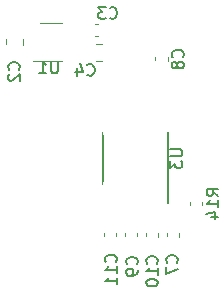
<source format=gbo>
G04 #@! TF.GenerationSoftware,KiCad,Pcbnew,(5.1.2)-1*
G04 #@! TF.CreationDate,2023-02-04T08:31:17+09:00*
G04 #@! TF.ProjectId,IR,49522e6b-6963-4616-945f-706362585858,v1.2*
G04 #@! TF.SameCoordinates,Original*
G04 #@! TF.FileFunction,Legend,Bot*
G04 #@! TF.FilePolarity,Positive*
%FSLAX46Y46*%
G04 Gerber Fmt 4.6, Leading zero omitted, Abs format (unit mm)*
G04 Created by KiCad (PCBNEW (5.1.2)-1) date 2023-02-04 08:31:17*
%MOMM*%
%LPD*%
G04 APERTURE LIST*
%ADD10C,0.120000*%
%ADD11C,0.150000*%
%ADD12C,0.050000*%
%ADD13C,1.275000*%
%ADD14C,3.600000*%
%ADD15O,2.200000X1.924000*%
%ADD16C,1.375000*%
%ADD17R,1.460000X1.050000*%
%ADD18C,1.400000*%
%ADD19R,0.850000X1.900000*%
%ADD20R,2.000000X2.000000*%
%ADD21C,2.000000*%
%ADD22C,4.400000*%
G04 APERTURE END LIST*
D10*
X197580000Y-115532779D02*
X197580000Y-115207221D01*
X198600000Y-115532779D02*
X198600000Y-115207221D01*
X181990000Y-101958578D02*
X181990000Y-101441422D01*
X183410000Y-101958578D02*
X183410000Y-101441422D01*
X189537221Y-100190000D02*
X189862779Y-100190000D01*
X189537221Y-101210000D02*
X189862779Y-101210000D01*
X189641422Y-103310000D02*
X190158578Y-103310000D01*
X189641422Y-101890000D02*
X190158578Y-101890000D01*
X184900000Y-100090000D02*
X186700000Y-100090000D01*
X186700000Y-103310000D02*
X184250000Y-103310000D01*
X195590000Y-117875221D02*
X195590000Y-118200779D01*
X196610000Y-117875221D02*
X196610000Y-118200779D01*
X195660000Y-103304779D02*
X195660000Y-102979221D01*
X194640000Y-103304779D02*
X194640000Y-102979221D01*
X193110000Y-117849221D02*
X193110000Y-118174779D01*
X192090000Y-117849221D02*
X192090000Y-118174779D01*
X194860000Y-118200779D02*
X194860000Y-117875221D01*
X193840000Y-118200779D02*
X193840000Y-117875221D01*
X190290000Y-118162779D02*
X190290000Y-117837221D01*
X191310000Y-118162779D02*
X191310000Y-117837221D01*
D11*
X190175000Y-113750000D02*
X190175000Y-109350000D01*
X195700000Y-115325000D02*
X195700000Y-109350000D01*
X199972380Y-114727142D02*
X199496190Y-114393809D01*
X199972380Y-114155714D02*
X198972380Y-114155714D01*
X198972380Y-114536666D01*
X199020000Y-114631904D01*
X199067619Y-114679523D01*
X199162857Y-114727142D01*
X199305714Y-114727142D01*
X199400952Y-114679523D01*
X199448571Y-114631904D01*
X199496190Y-114536666D01*
X199496190Y-114155714D01*
X199972380Y-115679523D02*
X199972380Y-115108095D01*
X199972380Y-115393809D02*
X198972380Y-115393809D01*
X199115238Y-115298571D01*
X199210476Y-115203333D01*
X199258095Y-115108095D01*
X199305714Y-116536666D02*
X199972380Y-116536666D01*
X198924761Y-116298571D02*
X199639047Y-116060476D01*
X199639047Y-116679523D01*
X183057142Y-104033333D02*
X183104761Y-103985714D01*
X183152380Y-103842857D01*
X183152380Y-103747619D01*
X183104761Y-103604761D01*
X183009523Y-103509523D01*
X182914285Y-103461904D01*
X182723809Y-103414285D01*
X182580952Y-103414285D01*
X182390476Y-103461904D01*
X182295238Y-103509523D01*
X182200000Y-103604761D01*
X182152380Y-103747619D01*
X182152380Y-103842857D01*
X182200000Y-103985714D01*
X182247619Y-104033333D01*
X182247619Y-104414285D02*
X182200000Y-104461904D01*
X182152380Y-104557142D01*
X182152380Y-104795238D01*
X182200000Y-104890476D01*
X182247619Y-104938095D01*
X182342857Y-104985714D01*
X182438095Y-104985714D01*
X182580952Y-104938095D01*
X183152380Y-104366666D01*
X183152380Y-104985714D01*
X190766666Y-99657142D02*
X190814285Y-99704761D01*
X190957142Y-99752380D01*
X191052380Y-99752380D01*
X191195238Y-99704761D01*
X191290476Y-99609523D01*
X191338095Y-99514285D01*
X191385714Y-99323809D01*
X191385714Y-99180952D01*
X191338095Y-98990476D01*
X191290476Y-98895238D01*
X191195238Y-98800000D01*
X191052380Y-98752380D01*
X190957142Y-98752380D01*
X190814285Y-98800000D01*
X190766666Y-98847619D01*
X190433333Y-98752380D02*
X189814285Y-98752380D01*
X190147619Y-99133333D01*
X190004761Y-99133333D01*
X189909523Y-99180952D01*
X189861904Y-99228571D01*
X189814285Y-99323809D01*
X189814285Y-99561904D01*
X189861904Y-99657142D01*
X189909523Y-99704761D01*
X190004761Y-99752380D01*
X190290476Y-99752380D01*
X190385714Y-99704761D01*
X190433333Y-99657142D01*
X188866666Y-104457142D02*
X188914285Y-104504761D01*
X189057142Y-104552380D01*
X189152380Y-104552380D01*
X189295238Y-104504761D01*
X189390476Y-104409523D01*
X189438095Y-104314285D01*
X189485714Y-104123809D01*
X189485714Y-103980952D01*
X189438095Y-103790476D01*
X189390476Y-103695238D01*
X189295238Y-103600000D01*
X189152380Y-103552380D01*
X189057142Y-103552380D01*
X188914285Y-103600000D01*
X188866666Y-103647619D01*
X188009523Y-103885714D02*
X188009523Y-104552380D01*
X188247619Y-103504761D02*
X188485714Y-104219047D01*
X187866666Y-104219047D01*
X186361904Y-103352380D02*
X186361904Y-104161904D01*
X186314285Y-104257142D01*
X186266666Y-104304761D01*
X186171428Y-104352380D01*
X185980952Y-104352380D01*
X185885714Y-104304761D01*
X185838095Y-104257142D01*
X185790476Y-104161904D01*
X185790476Y-103352380D01*
X184790476Y-104352380D02*
X185361904Y-104352380D01*
X185076190Y-104352380D02*
X185076190Y-103352380D01*
X185171428Y-103495238D01*
X185266666Y-103590476D01*
X185361904Y-103638095D01*
X196457142Y-120371333D02*
X196504761Y-120323714D01*
X196552380Y-120180857D01*
X196552380Y-120085619D01*
X196504761Y-119942761D01*
X196409523Y-119847523D01*
X196314285Y-119799904D01*
X196123809Y-119752285D01*
X195980952Y-119752285D01*
X195790476Y-119799904D01*
X195695238Y-119847523D01*
X195600000Y-119942761D01*
X195552380Y-120085619D01*
X195552380Y-120180857D01*
X195600000Y-120323714D01*
X195647619Y-120371333D01*
X195552380Y-120704666D02*
X195552380Y-121371333D01*
X196552380Y-120942761D01*
X196937142Y-102975333D02*
X196984761Y-102927714D01*
X197032380Y-102784857D01*
X197032380Y-102689619D01*
X196984761Y-102546761D01*
X196889523Y-102451523D01*
X196794285Y-102403904D01*
X196603809Y-102356285D01*
X196460952Y-102356285D01*
X196270476Y-102403904D01*
X196175238Y-102451523D01*
X196080000Y-102546761D01*
X196032380Y-102689619D01*
X196032380Y-102784857D01*
X196080000Y-102927714D01*
X196127619Y-102975333D01*
X196460952Y-103546761D02*
X196413333Y-103451523D01*
X196365714Y-103403904D01*
X196270476Y-103356285D01*
X196222857Y-103356285D01*
X196127619Y-103403904D01*
X196080000Y-103451523D01*
X196032380Y-103546761D01*
X196032380Y-103737238D01*
X196080000Y-103832476D01*
X196127619Y-103880095D01*
X196222857Y-103927714D01*
X196270476Y-103927714D01*
X196365714Y-103880095D01*
X196413333Y-103832476D01*
X196460952Y-103737238D01*
X196460952Y-103546761D01*
X196508571Y-103451523D01*
X196556190Y-103403904D01*
X196651428Y-103356285D01*
X196841904Y-103356285D01*
X196937142Y-103403904D01*
X196984761Y-103451523D01*
X197032380Y-103546761D01*
X197032380Y-103737238D01*
X196984761Y-103832476D01*
X196937142Y-103880095D01*
X196841904Y-103927714D01*
X196651428Y-103927714D01*
X196556190Y-103880095D01*
X196508571Y-103832476D01*
X196460952Y-103737238D01*
X193047142Y-120515333D02*
X193094761Y-120467714D01*
X193142380Y-120324857D01*
X193142380Y-120229619D01*
X193094761Y-120086761D01*
X192999523Y-119991523D01*
X192904285Y-119943904D01*
X192713809Y-119896285D01*
X192570952Y-119896285D01*
X192380476Y-119943904D01*
X192285238Y-119991523D01*
X192190000Y-120086761D01*
X192142380Y-120229619D01*
X192142380Y-120324857D01*
X192190000Y-120467714D01*
X192237619Y-120515333D01*
X193142380Y-120991523D02*
X193142380Y-121182000D01*
X193094761Y-121277238D01*
X193047142Y-121324857D01*
X192904285Y-121420095D01*
X192713809Y-121467714D01*
X192332857Y-121467714D01*
X192237619Y-121420095D01*
X192190000Y-121372476D01*
X192142380Y-121277238D01*
X192142380Y-121086761D01*
X192190000Y-120991523D01*
X192237619Y-120943904D01*
X192332857Y-120896285D01*
X192570952Y-120896285D01*
X192666190Y-120943904D01*
X192713809Y-120991523D01*
X192761428Y-121086761D01*
X192761428Y-121277238D01*
X192713809Y-121372476D01*
X192666190Y-121420095D01*
X192570952Y-121467714D01*
X194757142Y-120457642D02*
X194804761Y-120410023D01*
X194852380Y-120267166D01*
X194852380Y-120171928D01*
X194804761Y-120029071D01*
X194709523Y-119933833D01*
X194614285Y-119886214D01*
X194423809Y-119838595D01*
X194280952Y-119838595D01*
X194090476Y-119886214D01*
X193995238Y-119933833D01*
X193900000Y-120029071D01*
X193852380Y-120171928D01*
X193852380Y-120267166D01*
X193900000Y-120410023D01*
X193947619Y-120457642D01*
X194852380Y-121410023D02*
X194852380Y-120838595D01*
X194852380Y-121124309D02*
X193852380Y-121124309D01*
X193995238Y-121029071D01*
X194090476Y-120933833D01*
X194138095Y-120838595D01*
X193852380Y-122029071D02*
X193852380Y-122124309D01*
X193900000Y-122219547D01*
X193947619Y-122267166D01*
X194042857Y-122314785D01*
X194233333Y-122362404D01*
X194471428Y-122362404D01*
X194661904Y-122314785D01*
X194757142Y-122267166D01*
X194804761Y-122219547D01*
X194852380Y-122124309D01*
X194852380Y-122029071D01*
X194804761Y-121933833D01*
X194757142Y-121886214D01*
X194661904Y-121838595D01*
X194471428Y-121790976D01*
X194233333Y-121790976D01*
X194042857Y-121838595D01*
X193947619Y-121886214D01*
X193900000Y-121933833D01*
X193852380Y-122029071D01*
X191257142Y-120307142D02*
X191304761Y-120259523D01*
X191352380Y-120116666D01*
X191352380Y-120021428D01*
X191304761Y-119878571D01*
X191209523Y-119783333D01*
X191114285Y-119735714D01*
X190923809Y-119688095D01*
X190780952Y-119688095D01*
X190590476Y-119735714D01*
X190495238Y-119783333D01*
X190400000Y-119878571D01*
X190352380Y-120021428D01*
X190352380Y-120116666D01*
X190400000Y-120259523D01*
X190447619Y-120307142D01*
X191352380Y-121259523D02*
X191352380Y-120688095D01*
X191352380Y-120973809D02*
X190352380Y-120973809D01*
X190495238Y-120878571D01*
X190590476Y-120783333D01*
X190638095Y-120688095D01*
X191352380Y-122211904D02*
X191352380Y-121640476D01*
X191352380Y-121926190D02*
X190352380Y-121926190D01*
X190495238Y-121830952D01*
X190590476Y-121735714D01*
X190638095Y-121640476D01*
X195902380Y-110788095D02*
X196711904Y-110788095D01*
X196807142Y-110835714D01*
X196854761Y-110883333D01*
X196902380Y-110978571D01*
X196902380Y-111169047D01*
X196854761Y-111264285D01*
X196807142Y-111311904D01*
X196711904Y-111359523D01*
X195902380Y-111359523D01*
X195902380Y-111740476D02*
X195902380Y-112359523D01*
X196283333Y-112026190D01*
X196283333Y-112169047D01*
X196330952Y-112264285D01*
X196378571Y-112311904D01*
X196473809Y-112359523D01*
X196711904Y-112359523D01*
X196807142Y-112311904D01*
X196854761Y-112264285D01*
X196902380Y-112169047D01*
X196902380Y-111883333D01*
X196854761Y-111788095D01*
X196807142Y-111740476D01*
%LPC*%
D12*
G36*
X198477493Y-113946535D02*
G01*
X198508435Y-113951125D01*
X198538778Y-113958725D01*
X198568230Y-113969263D01*
X198596508Y-113982638D01*
X198623338Y-113998719D01*
X198648463Y-114017353D01*
X198671640Y-114038360D01*
X198692647Y-114061537D01*
X198711281Y-114086662D01*
X198727362Y-114113492D01*
X198740737Y-114141770D01*
X198751275Y-114171222D01*
X198758875Y-114201565D01*
X198763465Y-114232507D01*
X198765000Y-114263750D01*
X198765000Y-114901250D01*
X198763465Y-114932493D01*
X198758875Y-114963435D01*
X198751275Y-114993778D01*
X198740737Y-115023230D01*
X198727362Y-115051508D01*
X198711281Y-115078338D01*
X198692647Y-115103463D01*
X198671640Y-115126640D01*
X198648463Y-115147647D01*
X198623338Y-115166281D01*
X198596508Y-115182362D01*
X198568230Y-115195737D01*
X198538778Y-115206275D01*
X198508435Y-115213875D01*
X198477493Y-115218465D01*
X198446250Y-115220000D01*
X197733750Y-115220000D01*
X197702507Y-115218465D01*
X197671565Y-115213875D01*
X197641222Y-115206275D01*
X197611770Y-115195737D01*
X197583492Y-115182362D01*
X197556662Y-115166281D01*
X197531537Y-115147647D01*
X197508360Y-115126640D01*
X197487353Y-115103463D01*
X197468719Y-115078338D01*
X197452638Y-115051508D01*
X197439263Y-115023230D01*
X197428725Y-114993778D01*
X197421125Y-114963435D01*
X197416535Y-114932493D01*
X197415000Y-114901250D01*
X197415000Y-114263750D01*
X197416535Y-114232507D01*
X197421125Y-114201565D01*
X197428725Y-114171222D01*
X197439263Y-114141770D01*
X197452638Y-114113492D01*
X197468719Y-114086662D01*
X197487353Y-114061537D01*
X197508360Y-114038360D01*
X197531537Y-114017353D01*
X197556662Y-113998719D01*
X197583492Y-113982638D01*
X197611770Y-113969263D01*
X197641222Y-113958725D01*
X197671565Y-113951125D01*
X197702507Y-113946535D01*
X197733750Y-113945000D01*
X198446250Y-113945000D01*
X198477493Y-113946535D01*
X198477493Y-113946535D01*
G37*
D13*
X198090000Y-114582500D03*
D12*
G36*
X198477493Y-115521535D02*
G01*
X198508435Y-115526125D01*
X198538778Y-115533725D01*
X198568230Y-115544263D01*
X198596508Y-115557638D01*
X198623338Y-115573719D01*
X198648463Y-115592353D01*
X198671640Y-115613360D01*
X198692647Y-115636537D01*
X198711281Y-115661662D01*
X198727362Y-115688492D01*
X198740737Y-115716770D01*
X198751275Y-115746222D01*
X198758875Y-115776565D01*
X198763465Y-115807507D01*
X198765000Y-115838750D01*
X198765000Y-116476250D01*
X198763465Y-116507493D01*
X198758875Y-116538435D01*
X198751275Y-116568778D01*
X198740737Y-116598230D01*
X198727362Y-116626508D01*
X198711281Y-116653338D01*
X198692647Y-116678463D01*
X198671640Y-116701640D01*
X198648463Y-116722647D01*
X198623338Y-116741281D01*
X198596508Y-116757362D01*
X198568230Y-116770737D01*
X198538778Y-116781275D01*
X198508435Y-116788875D01*
X198477493Y-116793465D01*
X198446250Y-116795000D01*
X197733750Y-116795000D01*
X197702507Y-116793465D01*
X197671565Y-116788875D01*
X197641222Y-116781275D01*
X197611770Y-116770737D01*
X197583492Y-116757362D01*
X197556662Y-116741281D01*
X197531537Y-116722647D01*
X197508360Y-116701640D01*
X197487353Y-116678463D01*
X197468719Y-116653338D01*
X197452638Y-116626508D01*
X197439263Y-116598230D01*
X197428725Y-116568778D01*
X197421125Y-116538435D01*
X197416535Y-116507493D01*
X197415000Y-116476250D01*
X197415000Y-115838750D01*
X197416535Y-115807507D01*
X197421125Y-115776565D01*
X197428725Y-115746222D01*
X197439263Y-115716770D01*
X197452638Y-115688492D01*
X197468719Y-115661662D01*
X197487353Y-115636537D01*
X197508360Y-115613360D01*
X197531537Y-115592353D01*
X197556662Y-115573719D01*
X197583492Y-115557638D01*
X197611770Y-115544263D01*
X197641222Y-115533725D01*
X197671565Y-115526125D01*
X197702507Y-115521535D01*
X197733750Y-115520000D01*
X198446250Y-115520000D01*
X198477493Y-115521535D01*
X198477493Y-115521535D01*
G37*
D13*
X198090000Y-116157500D03*
D14*
X179900000Y-124000000D03*
X179900000Y-96700000D03*
D15*
X185200000Y-114000000D03*
X185200000Y-112000000D03*
X185200000Y-110000000D03*
X185200000Y-108000000D03*
D12*
G36*
X183289943Y-100076655D02*
G01*
X183323312Y-100081605D01*
X183356035Y-100089802D01*
X183387797Y-100101166D01*
X183418293Y-100115590D01*
X183447227Y-100132932D01*
X183474323Y-100153028D01*
X183499318Y-100175682D01*
X183521972Y-100200677D01*
X183542068Y-100227773D01*
X183559410Y-100256707D01*
X183573834Y-100287203D01*
X183585198Y-100318965D01*
X183593395Y-100351688D01*
X183598345Y-100385057D01*
X183600000Y-100418750D01*
X183600000Y-101106250D01*
X183598345Y-101139943D01*
X183593395Y-101173312D01*
X183585198Y-101206035D01*
X183573834Y-101237797D01*
X183559410Y-101268293D01*
X183542068Y-101297227D01*
X183521972Y-101324323D01*
X183499318Y-101349318D01*
X183474323Y-101371972D01*
X183447227Y-101392068D01*
X183418293Y-101409410D01*
X183387797Y-101423834D01*
X183356035Y-101435198D01*
X183323312Y-101443395D01*
X183289943Y-101448345D01*
X183256250Y-101450000D01*
X182143750Y-101450000D01*
X182110057Y-101448345D01*
X182076688Y-101443395D01*
X182043965Y-101435198D01*
X182012203Y-101423834D01*
X181981707Y-101409410D01*
X181952773Y-101392068D01*
X181925677Y-101371972D01*
X181900682Y-101349318D01*
X181878028Y-101324323D01*
X181857932Y-101297227D01*
X181840590Y-101268293D01*
X181826166Y-101237797D01*
X181814802Y-101206035D01*
X181806605Y-101173312D01*
X181801655Y-101139943D01*
X181800000Y-101106250D01*
X181800000Y-100418750D01*
X181801655Y-100385057D01*
X181806605Y-100351688D01*
X181814802Y-100318965D01*
X181826166Y-100287203D01*
X181840590Y-100256707D01*
X181857932Y-100227773D01*
X181878028Y-100200677D01*
X181900682Y-100175682D01*
X181925677Y-100153028D01*
X181952773Y-100132932D01*
X181981707Y-100115590D01*
X182012203Y-100101166D01*
X182043965Y-100089802D01*
X182076688Y-100081605D01*
X182110057Y-100076655D01*
X182143750Y-100075000D01*
X183256250Y-100075000D01*
X183289943Y-100076655D01*
X183289943Y-100076655D01*
G37*
D16*
X182700000Y-100762500D03*
D12*
G36*
X183289943Y-101951655D02*
G01*
X183323312Y-101956605D01*
X183356035Y-101964802D01*
X183387797Y-101976166D01*
X183418293Y-101990590D01*
X183447227Y-102007932D01*
X183474323Y-102028028D01*
X183499318Y-102050682D01*
X183521972Y-102075677D01*
X183542068Y-102102773D01*
X183559410Y-102131707D01*
X183573834Y-102162203D01*
X183585198Y-102193965D01*
X183593395Y-102226688D01*
X183598345Y-102260057D01*
X183600000Y-102293750D01*
X183600000Y-102981250D01*
X183598345Y-103014943D01*
X183593395Y-103048312D01*
X183585198Y-103081035D01*
X183573834Y-103112797D01*
X183559410Y-103143293D01*
X183542068Y-103172227D01*
X183521972Y-103199323D01*
X183499318Y-103224318D01*
X183474323Y-103246972D01*
X183447227Y-103267068D01*
X183418293Y-103284410D01*
X183387797Y-103298834D01*
X183356035Y-103310198D01*
X183323312Y-103318395D01*
X183289943Y-103323345D01*
X183256250Y-103325000D01*
X182143750Y-103325000D01*
X182110057Y-103323345D01*
X182076688Y-103318395D01*
X182043965Y-103310198D01*
X182012203Y-103298834D01*
X181981707Y-103284410D01*
X181952773Y-103267068D01*
X181925677Y-103246972D01*
X181900682Y-103224318D01*
X181878028Y-103199323D01*
X181857932Y-103172227D01*
X181840590Y-103143293D01*
X181826166Y-103112797D01*
X181814802Y-103081035D01*
X181806605Y-103048312D01*
X181801655Y-103014943D01*
X181800000Y-102981250D01*
X181800000Y-102293750D01*
X181801655Y-102260057D01*
X181806605Y-102226688D01*
X181814802Y-102193965D01*
X181826166Y-102162203D01*
X181840590Y-102131707D01*
X181857932Y-102102773D01*
X181878028Y-102075677D01*
X181900682Y-102050682D01*
X181925677Y-102028028D01*
X181952773Y-102007932D01*
X181981707Y-101990590D01*
X182012203Y-101976166D01*
X182043965Y-101964802D01*
X182076688Y-101956605D01*
X182110057Y-101951655D01*
X182143750Y-101950000D01*
X183256250Y-101950000D01*
X183289943Y-101951655D01*
X183289943Y-101951655D01*
G37*
D16*
X182700000Y-102637500D03*
D12*
G36*
X190837493Y-100026535D02*
G01*
X190868435Y-100031125D01*
X190898778Y-100038725D01*
X190928230Y-100049263D01*
X190956508Y-100062638D01*
X190983338Y-100078719D01*
X191008463Y-100097353D01*
X191031640Y-100118360D01*
X191052647Y-100141537D01*
X191071281Y-100166662D01*
X191087362Y-100193492D01*
X191100737Y-100221770D01*
X191111275Y-100251222D01*
X191118875Y-100281565D01*
X191123465Y-100312507D01*
X191125000Y-100343750D01*
X191125000Y-101056250D01*
X191123465Y-101087493D01*
X191118875Y-101118435D01*
X191111275Y-101148778D01*
X191100737Y-101178230D01*
X191087362Y-101206508D01*
X191071281Y-101233338D01*
X191052647Y-101258463D01*
X191031640Y-101281640D01*
X191008463Y-101302647D01*
X190983338Y-101321281D01*
X190956508Y-101337362D01*
X190928230Y-101350737D01*
X190898778Y-101361275D01*
X190868435Y-101368875D01*
X190837493Y-101373465D01*
X190806250Y-101375000D01*
X190168750Y-101375000D01*
X190137507Y-101373465D01*
X190106565Y-101368875D01*
X190076222Y-101361275D01*
X190046770Y-101350737D01*
X190018492Y-101337362D01*
X189991662Y-101321281D01*
X189966537Y-101302647D01*
X189943360Y-101281640D01*
X189922353Y-101258463D01*
X189903719Y-101233338D01*
X189887638Y-101206508D01*
X189874263Y-101178230D01*
X189863725Y-101148778D01*
X189856125Y-101118435D01*
X189851535Y-101087493D01*
X189850000Y-101056250D01*
X189850000Y-100343750D01*
X189851535Y-100312507D01*
X189856125Y-100281565D01*
X189863725Y-100251222D01*
X189874263Y-100221770D01*
X189887638Y-100193492D01*
X189903719Y-100166662D01*
X189922353Y-100141537D01*
X189943360Y-100118360D01*
X189966537Y-100097353D01*
X189991662Y-100078719D01*
X190018492Y-100062638D01*
X190046770Y-100049263D01*
X190076222Y-100038725D01*
X190106565Y-100031125D01*
X190137507Y-100026535D01*
X190168750Y-100025000D01*
X190806250Y-100025000D01*
X190837493Y-100026535D01*
X190837493Y-100026535D01*
G37*
D13*
X190487500Y-100700000D03*
D12*
G36*
X189262493Y-100026535D02*
G01*
X189293435Y-100031125D01*
X189323778Y-100038725D01*
X189353230Y-100049263D01*
X189381508Y-100062638D01*
X189408338Y-100078719D01*
X189433463Y-100097353D01*
X189456640Y-100118360D01*
X189477647Y-100141537D01*
X189496281Y-100166662D01*
X189512362Y-100193492D01*
X189525737Y-100221770D01*
X189536275Y-100251222D01*
X189543875Y-100281565D01*
X189548465Y-100312507D01*
X189550000Y-100343750D01*
X189550000Y-101056250D01*
X189548465Y-101087493D01*
X189543875Y-101118435D01*
X189536275Y-101148778D01*
X189525737Y-101178230D01*
X189512362Y-101206508D01*
X189496281Y-101233338D01*
X189477647Y-101258463D01*
X189456640Y-101281640D01*
X189433463Y-101302647D01*
X189408338Y-101321281D01*
X189381508Y-101337362D01*
X189353230Y-101350737D01*
X189323778Y-101361275D01*
X189293435Y-101368875D01*
X189262493Y-101373465D01*
X189231250Y-101375000D01*
X188593750Y-101375000D01*
X188562507Y-101373465D01*
X188531565Y-101368875D01*
X188501222Y-101361275D01*
X188471770Y-101350737D01*
X188443492Y-101337362D01*
X188416662Y-101321281D01*
X188391537Y-101302647D01*
X188368360Y-101281640D01*
X188347353Y-101258463D01*
X188328719Y-101233338D01*
X188312638Y-101206508D01*
X188299263Y-101178230D01*
X188288725Y-101148778D01*
X188281125Y-101118435D01*
X188276535Y-101087493D01*
X188275000Y-101056250D01*
X188275000Y-100343750D01*
X188276535Y-100312507D01*
X188281125Y-100281565D01*
X188288725Y-100251222D01*
X188299263Y-100221770D01*
X188312638Y-100193492D01*
X188328719Y-100166662D01*
X188347353Y-100141537D01*
X188368360Y-100118360D01*
X188391537Y-100097353D01*
X188416662Y-100078719D01*
X188443492Y-100062638D01*
X188471770Y-100049263D01*
X188501222Y-100038725D01*
X188531565Y-100031125D01*
X188562507Y-100026535D01*
X188593750Y-100025000D01*
X189231250Y-100025000D01*
X189262493Y-100026535D01*
X189262493Y-100026535D01*
G37*
D13*
X188912500Y-100700000D03*
D12*
G36*
X189339943Y-101701655D02*
G01*
X189373312Y-101706605D01*
X189406035Y-101714802D01*
X189437797Y-101726166D01*
X189468293Y-101740590D01*
X189497227Y-101757932D01*
X189524323Y-101778028D01*
X189549318Y-101800682D01*
X189571972Y-101825677D01*
X189592068Y-101852773D01*
X189609410Y-101881707D01*
X189623834Y-101912203D01*
X189635198Y-101943965D01*
X189643395Y-101976688D01*
X189648345Y-102010057D01*
X189650000Y-102043750D01*
X189650000Y-103156250D01*
X189648345Y-103189943D01*
X189643395Y-103223312D01*
X189635198Y-103256035D01*
X189623834Y-103287797D01*
X189609410Y-103318293D01*
X189592068Y-103347227D01*
X189571972Y-103374323D01*
X189549318Y-103399318D01*
X189524323Y-103421972D01*
X189497227Y-103442068D01*
X189468293Y-103459410D01*
X189437797Y-103473834D01*
X189406035Y-103485198D01*
X189373312Y-103493395D01*
X189339943Y-103498345D01*
X189306250Y-103500000D01*
X188618750Y-103500000D01*
X188585057Y-103498345D01*
X188551688Y-103493395D01*
X188518965Y-103485198D01*
X188487203Y-103473834D01*
X188456707Y-103459410D01*
X188427773Y-103442068D01*
X188400677Y-103421972D01*
X188375682Y-103399318D01*
X188353028Y-103374323D01*
X188332932Y-103347227D01*
X188315590Y-103318293D01*
X188301166Y-103287797D01*
X188289802Y-103256035D01*
X188281605Y-103223312D01*
X188276655Y-103189943D01*
X188275000Y-103156250D01*
X188275000Y-102043750D01*
X188276655Y-102010057D01*
X188281605Y-101976688D01*
X188289802Y-101943965D01*
X188301166Y-101912203D01*
X188315590Y-101881707D01*
X188332932Y-101852773D01*
X188353028Y-101825677D01*
X188375682Y-101800682D01*
X188400677Y-101778028D01*
X188427773Y-101757932D01*
X188456707Y-101740590D01*
X188487203Y-101726166D01*
X188518965Y-101714802D01*
X188551688Y-101706605D01*
X188585057Y-101701655D01*
X188618750Y-101700000D01*
X189306250Y-101700000D01*
X189339943Y-101701655D01*
X189339943Y-101701655D01*
G37*
D16*
X188962500Y-102600000D03*
D12*
G36*
X191214943Y-101701655D02*
G01*
X191248312Y-101706605D01*
X191281035Y-101714802D01*
X191312797Y-101726166D01*
X191343293Y-101740590D01*
X191372227Y-101757932D01*
X191399323Y-101778028D01*
X191424318Y-101800682D01*
X191446972Y-101825677D01*
X191467068Y-101852773D01*
X191484410Y-101881707D01*
X191498834Y-101912203D01*
X191510198Y-101943965D01*
X191518395Y-101976688D01*
X191523345Y-102010057D01*
X191525000Y-102043750D01*
X191525000Y-103156250D01*
X191523345Y-103189943D01*
X191518395Y-103223312D01*
X191510198Y-103256035D01*
X191498834Y-103287797D01*
X191484410Y-103318293D01*
X191467068Y-103347227D01*
X191446972Y-103374323D01*
X191424318Y-103399318D01*
X191399323Y-103421972D01*
X191372227Y-103442068D01*
X191343293Y-103459410D01*
X191312797Y-103473834D01*
X191281035Y-103485198D01*
X191248312Y-103493395D01*
X191214943Y-103498345D01*
X191181250Y-103500000D01*
X190493750Y-103500000D01*
X190460057Y-103498345D01*
X190426688Y-103493395D01*
X190393965Y-103485198D01*
X190362203Y-103473834D01*
X190331707Y-103459410D01*
X190302773Y-103442068D01*
X190275677Y-103421972D01*
X190250682Y-103399318D01*
X190228028Y-103374323D01*
X190207932Y-103347227D01*
X190190590Y-103318293D01*
X190176166Y-103287797D01*
X190164802Y-103256035D01*
X190156605Y-103223312D01*
X190151655Y-103189943D01*
X190150000Y-103156250D01*
X190150000Y-102043750D01*
X190151655Y-102010057D01*
X190156605Y-101976688D01*
X190164802Y-101943965D01*
X190176166Y-101912203D01*
X190190590Y-101881707D01*
X190207932Y-101852773D01*
X190228028Y-101825677D01*
X190250682Y-101800682D01*
X190275677Y-101778028D01*
X190302773Y-101757932D01*
X190331707Y-101740590D01*
X190362203Y-101726166D01*
X190393965Y-101714802D01*
X190426688Y-101706605D01*
X190460057Y-101701655D01*
X190493750Y-101700000D01*
X191181250Y-101700000D01*
X191214943Y-101701655D01*
X191214943Y-101701655D01*
G37*
D16*
X190837500Y-102600000D03*
D17*
X184700000Y-102650000D03*
X184700000Y-101700000D03*
X184700000Y-100750000D03*
X186900000Y-100750000D03*
X186900000Y-102650000D03*
D18*
X196700000Y-125200000D03*
D12*
G36*
X196487493Y-116614535D02*
G01*
X196518435Y-116619125D01*
X196548778Y-116626725D01*
X196578230Y-116637263D01*
X196606508Y-116650638D01*
X196633338Y-116666719D01*
X196658463Y-116685353D01*
X196681640Y-116706360D01*
X196702647Y-116729537D01*
X196721281Y-116754662D01*
X196737362Y-116781492D01*
X196750737Y-116809770D01*
X196761275Y-116839222D01*
X196768875Y-116869565D01*
X196773465Y-116900507D01*
X196775000Y-116931750D01*
X196775000Y-117569250D01*
X196773465Y-117600493D01*
X196768875Y-117631435D01*
X196761275Y-117661778D01*
X196750737Y-117691230D01*
X196737362Y-117719508D01*
X196721281Y-117746338D01*
X196702647Y-117771463D01*
X196681640Y-117794640D01*
X196658463Y-117815647D01*
X196633338Y-117834281D01*
X196606508Y-117850362D01*
X196578230Y-117863737D01*
X196548778Y-117874275D01*
X196518435Y-117881875D01*
X196487493Y-117886465D01*
X196456250Y-117888000D01*
X195743750Y-117888000D01*
X195712507Y-117886465D01*
X195681565Y-117881875D01*
X195651222Y-117874275D01*
X195621770Y-117863737D01*
X195593492Y-117850362D01*
X195566662Y-117834281D01*
X195541537Y-117815647D01*
X195518360Y-117794640D01*
X195497353Y-117771463D01*
X195478719Y-117746338D01*
X195462638Y-117719508D01*
X195449263Y-117691230D01*
X195438725Y-117661778D01*
X195431125Y-117631435D01*
X195426535Y-117600493D01*
X195425000Y-117569250D01*
X195425000Y-116931750D01*
X195426535Y-116900507D01*
X195431125Y-116869565D01*
X195438725Y-116839222D01*
X195449263Y-116809770D01*
X195462638Y-116781492D01*
X195478719Y-116754662D01*
X195497353Y-116729537D01*
X195518360Y-116706360D01*
X195541537Y-116685353D01*
X195566662Y-116666719D01*
X195593492Y-116650638D01*
X195621770Y-116637263D01*
X195651222Y-116626725D01*
X195681565Y-116619125D01*
X195712507Y-116614535D01*
X195743750Y-116613000D01*
X196456250Y-116613000D01*
X196487493Y-116614535D01*
X196487493Y-116614535D01*
G37*
D13*
X196100000Y-117250500D03*
D12*
G36*
X196487493Y-118189535D02*
G01*
X196518435Y-118194125D01*
X196548778Y-118201725D01*
X196578230Y-118212263D01*
X196606508Y-118225638D01*
X196633338Y-118241719D01*
X196658463Y-118260353D01*
X196681640Y-118281360D01*
X196702647Y-118304537D01*
X196721281Y-118329662D01*
X196737362Y-118356492D01*
X196750737Y-118384770D01*
X196761275Y-118414222D01*
X196768875Y-118444565D01*
X196773465Y-118475507D01*
X196775000Y-118506750D01*
X196775000Y-119144250D01*
X196773465Y-119175493D01*
X196768875Y-119206435D01*
X196761275Y-119236778D01*
X196750737Y-119266230D01*
X196737362Y-119294508D01*
X196721281Y-119321338D01*
X196702647Y-119346463D01*
X196681640Y-119369640D01*
X196658463Y-119390647D01*
X196633338Y-119409281D01*
X196606508Y-119425362D01*
X196578230Y-119438737D01*
X196548778Y-119449275D01*
X196518435Y-119456875D01*
X196487493Y-119461465D01*
X196456250Y-119463000D01*
X195743750Y-119463000D01*
X195712507Y-119461465D01*
X195681565Y-119456875D01*
X195651222Y-119449275D01*
X195621770Y-119438737D01*
X195593492Y-119425362D01*
X195566662Y-119409281D01*
X195541537Y-119390647D01*
X195518360Y-119369640D01*
X195497353Y-119346463D01*
X195478719Y-119321338D01*
X195462638Y-119294508D01*
X195449263Y-119266230D01*
X195438725Y-119236778D01*
X195431125Y-119206435D01*
X195426535Y-119175493D01*
X195425000Y-119144250D01*
X195425000Y-118506750D01*
X195426535Y-118475507D01*
X195431125Y-118444565D01*
X195438725Y-118414222D01*
X195449263Y-118384770D01*
X195462638Y-118356492D01*
X195478719Y-118329662D01*
X195497353Y-118304537D01*
X195518360Y-118281360D01*
X195541537Y-118260353D01*
X195566662Y-118241719D01*
X195593492Y-118225638D01*
X195621770Y-118212263D01*
X195651222Y-118201725D01*
X195681565Y-118194125D01*
X195712507Y-118189535D01*
X195743750Y-118188000D01*
X196456250Y-118188000D01*
X196487493Y-118189535D01*
X196487493Y-118189535D01*
G37*
D13*
X196100000Y-118825500D03*
D12*
G36*
X195537493Y-103293535D02*
G01*
X195568435Y-103298125D01*
X195598778Y-103305725D01*
X195628230Y-103316263D01*
X195656508Y-103329638D01*
X195683338Y-103345719D01*
X195708463Y-103364353D01*
X195731640Y-103385360D01*
X195752647Y-103408537D01*
X195771281Y-103433662D01*
X195787362Y-103460492D01*
X195800737Y-103488770D01*
X195811275Y-103518222D01*
X195818875Y-103548565D01*
X195823465Y-103579507D01*
X195825000Y-103610750D01*
X195825000Y-104248250D01*
X195823465Y-104279493D01*
X195818875Y-104310435D01*
X195811275Y-104340778D01*
X195800737Y-104370230D01*
X195787362Y-104398508D01*
X195771281Y-104425338D01*
X195752647Y-104450463D01*
X195731640Y-104473640D01*
X195708463Y-104494647D01*
X195683338Y-104513281D01*
X195656508Y-104529362D01*
X195628230Y-104542737D01*
X195598778Y-104553275D01*
X195568435Y-104560875D01*
X195537493Y-104565465D01*
X195506250Y-104567000D01*
X194793750Y-104567000D01*
X194762507Y-104565465D01*
X194731565Y-104560875D01*
X194701222Y-104553275D01*
X194671770Y-104542737D01*
X194643492Y-104529362D01*
X194616662Y-104513281D01*
X194591537Y-104494647D01*
X194568360Y-104473640D01*
X194547353Y-104450463D01*
X194528719Y-104425338D01*
X194512638Y-104398508D01*
X194499263Y-104370230D01*
X194488725Y-104340778D01*
X194481125Y-104310435D01*
X194476535Y-104279493D01*
X194475000Y-104248250D01*
X194475000Y-103610750D01*
X194476535Y-103579507D01*
X194481125Y-103548565D01*
X194488725Y-103518222D01*
X194499263Y-103488770D01*
X194512638Y-103460492D01*
X194528719Y-103433662D01*
X194547353Y-103408537D01*
X194568360Y-103385360D01*
X194591537Y-103364353D01*
X194616662Y-103345719D01*
X194643492Y-103329638D01*
X194671770Y-103316263D01*
X194701222Y-103305725D01*
X194731565Y-103298125D01*
X194762507Y-103293535D01*
X194793750Y-103292000D01*
X195506250Y-103292000D01*
X195537493Y-103293535D01*
X195537493Y-103293535D01*
G37*
D13*
X195150000Y-103929500D03*
D12*
G36*
X195537493Y-101718535D02*
G01*
X195568435Y-101723125D01*
X195598778Y-101730725D01*
X195628230Y-101741263D01*
X195656508Y-101754638D01*
X195683338Y-101770719D01*
X195708463Y-101789353D01*
X195731640Y-101810360D01*
X195752647Y-101833537D01*
X195771281Y-101858662D01*
X195787362Y-101885492D01*
X195800737Y-101913770D01*
X195811275Y-101943222D01*
X195818875Y-101973565D01*
X195823465Y-102004507D01*
X195825000Y-102035750D01*
X195825000Y-102673250D01*
X195823465Y-102704493D01*
X195818875Y-102735435D01*
X195811275Y-102765778D01*
X195800737Y-102795230D01*
X195787362Y-102823508D01*
X195771281Y-102850338D01*
X195752647Y-102875463D01*
X195731640Y-102898640D01*
X195708463Y-102919647D01*
X195683338Y-102938281D01*
X195656508Y-102954362D01*
X195628230Y-102967737D01*
X195598778Y-102978275D01*
X195568435Y-102985875D01*
X195537493Y-102990465D01*
X195506250Y-102992000D01*
X194793750Y-102992000D01*
X194762507Y-102990465D01*
X194731565Y-102985875D01*
X194701222Y-102978275D01*
X194671770Y-102967737D01*
X194643492Y-102954362D01*
X194616662Y-102938281D01*
X194591537Y-102919647D01*
X194568360Y-102898640D01*
X194547353Y-102875463D01*
X194528719Y-102850338D01*
X194512638Y-102823508D01*
X194499263Y-102795230D01*
X194488725Y-102765778D01*
X194481125Y-102735435D01*
X194476535Y-102704493D01*
X194475000Y-102673250D01*
X194475000Y-102035750D01*
X194476535Y-102004507D01*
X194481125Y-101973565D01*
X194488725Y-101943222D01*
X194499263Y-101913770D01*
X194512638Y-101885492D01*
X194528719Y-101858662D01*
X194547353Y-101833537D01*
X194568360Y-101810360D01*
X194591537Y-101789353D01*
X194616662Y-101770719D01*
X194643492Y-101754638D01*
X194671770Y-101741263D01*
X194701222Y-101730725D01*
X194731565Y-101723125D01*
X194762507Y-101718535D01*
X194793750Y-101717000D01*
X195506250Y-101717000D01*
X195537493Y-101718535D01*
X195537493Y-101718535D01*
G37*
D13*
X195150000Y-102354500D03*
D12*
G36*
X192987493Y-118163535D02*
G01*
X193018435Y-118168125D01*
X193048778Y-118175725D01*
X193078230Y-118186263D01*
X193106508Y-118199638D01*
X193133338Y-118215719D01*
X193158463Y-118234353D01*
X193181640Y-118255360D01*
X193202647Y-118278537D01*
X193221281Y-118303662D01*
X193237362Y-118330492D01*
X193250737Y-118358770D01*
X193261275Y-118388222D01*
X193268875Y-118418565D01*
X193273465Y-118449507D01*
X193275000Y-118480750D01*
X193275000Y-119118250D01*
X193273465Y-119149493D01*
X193268875Y-119180435D01*
X193261275Y-119210778D01*
X193250737Y-119240230D01*
X193237362Y-119268508D01*
X193221281Y-119295338D01*
X193202647Y-119320463D01*
X193181640Y-119343640D01*
X193158463Y-119364647D01*
X193133338Y-119383281D01*
X193106508Y-119399362D01*
X193078230Y-119412737D01*
X193048778Y-119423275D01*
X193018435Y-119430875D01*
X192987493Y-119435465D01*
X192956250Y-119437000D01*
X192243750Y-119437000D01*
X192212507Y-119435465D01*
X192181565Y-119430875D01*
X192151222Y-119423275D01*
X192121770Y-119412737D01*
X192093492Y-119399362D01*
X192066662Y-119383281D01*
X192041537Y-119364647D01*
X192018360Y-119343640D01*
X191997353Y-119320463D01*
X191978719Y-119295338D01*
X191962638Y-119268508D01*
X191949263Y-119240230D01*
X191938725Y-119210778D01*
X191931125Y-119180435D01*
X191926535Y-119149493D01*
X191925000Y-119118250D01*
X191925000Y-118480750D01*
X191926535Y-118449507D01*
X191931125Y-118418565D01*
X191938725Y-118388222D01*
X191949263Y-118358770D01*
X191962638Y-118330492D01*
X191978719Y-118303662D01*
X191997353Y-118278537D01*
X192018360Y-118255360D01*
X192041537Y-118234353D01*
X192066662Y-118215719D01*
X192093492Y-118199638D01*
X192121770Y-118186263D01*
X192151222Y-118175725D01*
X192181565Y-118168125D01*
X192212507Y-118163535D01*
X192243750Y-118162000D01*
X192956250Y-118162000D01*
X192987493Y-118163535D01*
X192987493Y-118163535D01*
G37*
D13*
X192600000Y-118799500D03*
D12*
G36*
X192987493Y-116588535D02*
G01*
X193018435Y-116593125D01*
X193048778Y-116600725D01*
X193078230Y-116611263D01*
X193106508Y-116624638D01*
X193133338Y-116640719D01*
X193158463Y-116659353D01*
X193181640Y-116680360D01*
X193202647Y-116703537D01*
X193221281Y-116728662D01*
X193237362Y-116755492D01*
X193250737Y-116783770D01*
X193261275Y-116813222D01*
X193268875Y-116843565D01*
X193273465Y-116874507D01*
X193275000Y-116905750D01*
X193275000Y-117543250D01*
X193273465Y-117574493D01*
X193268875Y-117605435D01*
X193261275Y-117635778D01*
X193250737Y-117665230D01*
X193237362Y-117693508D01*
X193221281Y-117720338D01*
X193202647Y-117745463D01*
X193181640Y-117768640D01*
X193158463Y-117789647D01*
X193133338Y-117808281D01*
X193106508Y-117824362D01*
X193078230Y-117837737D01*
X193048778Y-117848275D01*
X193018435Y-117855875D01*
X192987493Y-117860465D01*
X192956250Y-117862000D01*
X192243750Y-117862000D01*
X192212507Y-117860465D01*
X192181565Y-117855875D01*
X192151222Y-117848275D01*
X192121770Y-117837737D01*
X192093492Y-117824362D01*
X192066662Y-117808281D01*
X192041537Y-117789647D01*
X192018360Y-117768640D01*
X191997353Y-117745463D01*
X191978719Y-117720338D01*
X191962638Y-117693508D01*
X191949263Y-117665230D01*
X191938725Y-117635778D01*
X191931125Y-117605435D01*
X191926535Y-117574493D01*
X191925000Y-117543250D01*
X191925000Y-116905750D01*
X191926535Y-116874507D01*
X191931125Y-116843565D01*
X191938725Y-116813222D01*
X191949263Y-116783770D01*
X191962638Y-116755492D01*
X191978719Y-116728662D01*
X191997353Y-116703537D01*
X192018360Y-116680360D01*
X192041537Y-116659353D01*
X192066662Y-116640719D01*
X192093492Y-116624638D01*
X192121770Y-116611263D01*
X192151222Y-116600725D01*
X192181565Y-116593125D01*
X192212507Y-116588535D01*
X192243750Y-116587000D01*
X192956250Y-116587000D01*
X192987493Y-116588535D01*
X192987493Y-116588535D01*
G37*
D13*
X192600000Y-117224500D03*
D12*
G36*
X194737493Y-118189535D02*
G01*
X194768435Y-118194125D01*
X194798778Y-118201725D01*
X194828230Y-118212263D01*
X194856508Y-118225638D01*
X194883338Y-118241719D01*
X194908463Y-118260353D01*
X194931640Y-118281360D01*
X194952647Y-118304537D01*
X194971281Y-118329662D01*
X194987362Y-118356492D01*
X195000737Y-118384770D01*
X195011275Y-118414222D01*
X195018875Y-118444565D01*
X195023465Y-118475507D01*
X195025000Y-118506750D01*
X195025000Y-119144250D01*
X195023465Y-119175493D01*
X195018875Y-119206435D01*
X195011275Y-119236778D01*
X195000737Y-119266230D01*
X194987362Y-119294508D01*
X194971281Y-119321338D01*
X194952647Y-119346463D01*
X194931640Y-119369640D01*
X194908463Y-119390647D01*
X194883338Y-119409281D01*
X194856508Y-119425362D01*
X194828230Y-119438737D01*
X194798778Y-119449275D01*
X194768435Y-119456875D01*
X194737493Y-119461465D01*
X194706250Y-119463000D01*
X193993750Y-119463000D01*
X193962507Y-119461465D01*
X193931565Y-119456875D01*
X193901222Y-119449275D01*
X193871770Y-119438737D01*
X193843492Y-119425362D01*
X193816662Y-119409281D01*
X193791537Y-119390647D01*
X193768360Y-119369640D01*
X193747353Y-119346463D01*
X193728719Y-119321338D01*
X193712638Y-119294508D01*
X193699263Y-119266230D01*
X193688725Y-119236778D01*
X193681125Y-119206435D01*
X193676535Y-119175493D01*
X193675000Y-119144250D01*
X193675000Y-118506750D01*
X193676535Y-118475507D01*
X193681125Y-118444565D01*
X193688725Y-118414222D01*
X193699263Y-118384770D01*
X193712638Y-118356492D01*
X193728719Y-118329662D01*
X193747353Y-118304537D01*
X193768360Y-118281360D01*
X193791537Y-118260353D01*
X193816662Y-118241719D01*
X193843492Y-118225638D01*
X193871770Y-118212263D01*
X193901222Y-118201725D01*
X193931565Y-118194125D01*
X193962507Y-118189535D01*
X193993750Y-118188000D01*
X194706250Y-118188000D01*
X194737493Y-118189535D01*
X194737493Y-118189535D01*
G37*
D13*
X194350000Y-118825500D03*
D12*
G36*
X194737493Y-116614535D02*
G01*
X194768435Y-116619125D01*
X194798778Y-116626725D01*
X194828230Y-116637263D01*
X194856508Y-116650638D01*
X194883338Y-116666719D01*
X194908463Y-116685353D01*
X194931640Y-116706360D01*
X194952647Y-116729537D01*
X194971281Y-116754662D01*
X194987362Y-116781492D01*
X195000737Y-116809770D01*
X195011275Y-116839222D01*
X195018875Y-116869565D01*
X195023465Y-116900507D01*
X195025000Y-116931750D01*
X195025000Y-117569250D01*
X195023465Y-117600493D01*
X195018875Y-117631435D01*
X195011275Y-117661778D01*
X195000737Y-117691230D01*
X194987362Y-117719508D01*
X194971281Y-117746338D01*
X194952647Y-117771463D01*
X194931640Y-117794640D01*
X194908463Y-117815647D01*
X194883338Y-117834281D01*
X194856508Y-117850362D01*
X194828230Y-117863737D01*
X194798778Y-117874275D01*
X194768435Y-117881875D01*
X194737493Y-117886465D01*
X194706250Y-117888000D01*
X193993750Y-117888000D01*
X193962507Y-117886465D01*
X193931565Y-117881875D01*
X193901222Y-117874275D01*
X193871770Y-117863737D01*
X193843492Y-117850362D01*
X193816662Y-117834281D01*
X193791537Y-117815647D01*
X193768360Y-117794640D01*
X193747353Y-117771463D01*
X193728719Y-117746338D01*
X193712638Y-117719508D01*
X193699263Y-117691230D01*
X193688725Y-117661778D01*
X193681125Y-117631435D01*
X193676535Y-117600493D01*
X193675000Y-117569250D01*
X193675000Y-116931750D01*
X193676535Y-116900507D01*
X193681125Y-116869565D01*
X193688725Y-116839222D01*
X193699263Y-116809770D01*
X193712638Y-116781492D01*
X193728719Y-116754662D01*
X193747353Y-116729537D01*
X193768360Y-116706360D01*
X193791537Y-116685353D01*
X193816662Y-116666719D01*
X193843492Y-116650638D01*
X193871770Y-116637263D01*
X193901222Y-116626725D01*
X193931565Y-116619125D01*
X193962507Y-116614535D01*
X193993750Y-116613000D01*
X194706250Y-116613000D01*
X194737493Y-116614535D01*
X194737493Y-116614535D01*
G37*
D13*
X194350000Y-117250500D03*
D12*
G36*
X191187493Y-116576535D02*
G01*
X191218435Y-116581125D01*
X191248778Y-116588725D01*
X191278230Y-116599263D01*
X191306508Y-116612638D01*
X191333338Y-116628719D01*
X191358463Y-116647353D01*
X191381640Y-116668360D01*
X191402647Y-116691537D01*
X191421281Y-116716662D01*
X191437362Y-116743492D01*
X191450737Y-116771770D01*
X191461275Y-116801222D01*
X191468875Y-116831565D01*
X191473465Y-116862507D01*
X191475000Y-116893750D01*
X191475000Y-117531250D01*
X191473465Y-117562493D01*
X191468875Y-117593435D01*
X191461275Y-117623778D01*
X191450737Y-117653230D01*
X191437362Y-117681508D01*
X191421281Y-117708338D01*
X191402647Y-117733463D01*
X191381640Y-117756640D01*
X191358463Y-117777647D01*
X191333338Y-117796281D01*
X191306508Y-117812362D01*
X191278230Y-117825737D01*
X191248778Y-117836275D01*
X191218435Y-117843875D01*
X191187493Y-117848465D01*
X191156250Y-117850000D01*
X190443750Y-117850000D01*
X190412507Y-117848465D01*
X190381565Y-117843875D01*
X190351222Y-117836275D01*
X190321770Y-117825737D01*
X190293492Y-117812362D01*
X190266662Y-117796281D01*
X190241537Y-117777647D01*
X190218360Y-117756640D01*
X190197353Y-117733463D01*
X190178719Y-117708338D01*
X190162638Y-117681508D01*
X190149263Y-117653230D01*
X190138725Y-117623778D01*
X190131125Y-117593435D01*
X190126535Y-117562493D01*
X190125000Y-117531250D01*
X190125000Y-116893750D01*
X190126535Y-116862507D01*
X190131125Y-116831565D01*
X190138725Y-116801222D01*
X190149263Y-116771770D01*
X190162638Y-116743492D01*
X190178719Y-116716662D01*
X190197353Y-116691537D01*
X190218360Y-116668360D01*
X190241537Y-116647353D01*
X190266662Y-116628719D01*
X190293492Y-116612638D01*
X190321770Y-116599263D01*
X190351222Y-116588725D01*
X190381565Y-116581125D01*
X190412507Y-116576535D01*
X190443750Y-116575000D01*
X191156250Y-116575000D01*
X191187493Y-116576535D01*
X191187493Y-116576535D01*
G37*
D13*
X190800000Y-117212500D03*
D12*
G36*
X191187493Y-118151535D02*
G01*
X191218435Y-118156125D01*
X191248778Y-118163725D01*
X191278230Y-118174263D01*
X191306508Y-118187638D01*
X191333338Y-118203719D01*
X191358463Y-118222353D01*
X191381640Y-118243360D01*
X191402647Y-118266537D01*
X191421281Y-118291662D01*
X191437362Y-118318492D01*
X191450737Y-118346770D01*
X191461275Y-118376222D01*
X191468875Y-118406565D01*
X191473465Y-118437507D01*
X191475000Y-118468750D01*
X191475000Y-119106250D01*
X191473465Y-119137493D01*
X191468875Y-119168435D01*
X191461275Y-119198778D01*
X191450737Y-119228230D01*
X191437362Y-119256508D01*
X191421281Y-119283338D01*
X191402647Y-119308463D01*
X191381640Y-119331640D01*
X191358463Y-119352647D01*
X191333338Y-119371281D01*
X191306508Y-119387362D01*
X191278230Y-119400737D01*
X191248778Y-119411275D01*
X191218435Y-119418875D01*
X191187493Y-119423465D01*
X191156250Y-119425000D01*
X190443750Y-119425000D01*
X190412507Y-119423465D01*
X190381565Y-119418875D01*
X190351222Y-119411275D01*
X190321770Y-119400737D01*
X190293492Y-119387362D01*
X190266662Y-119371281D01*
X190241537Y-119352647D01*
X190218360Y-119331640D01*
X190197353Y-119308463D01*
X190178719Y-119283338D01*
X190162638Y-119256508D01*
X190149263Y-119228230D01*
X190138725Y-119198778D01*
X190131125Y-119168435D01*
X190126535Y-119137493D01*
X190125000Y-119106250D01*
X190125000Y-118468750D01*
X190126535Y-118437507D01*
X190131125Y-118406565D01*
X190138725Y-118376222D01*
X190149263Y-118346770D01*
X190162638Y-118318492D01*
X190178719Y-118291662D01*
X190197353Y-118266537D01*
X190218360Y-118243360D01*
X190241537Y-118222353D01*
X190266662Y-118203719D01*
X190293492Y-118187638D01*
X190321770Y-118174263D01*
X190351222Y-118163725D01*
X190381565Y-118156125D01*
X190412507Y-118151535D01*
X190443750Y-118150000D01*
X191156250Y-118150000D01*
X191187493Y-118151535D01*
X191187493Y-118151535D01*
G37*
D13*
X190800000Y-118787500D03*
D19*
X195175000Y-114500000D03*
X194525000Y-114500000D03*
X193875000Y-114500000D03*
X193225000Y-114500000D03*
X192575000Y-114500000D03*
X191925000Y-114500000D03*
X191275000Y-114500000D03*
X190625000Y-114500000D03*
X190625000Y-108600000D03*
X191275000Y-108600000D03*
X191925000Y-108600000D03*
X192575000Y-108600000D03*
X193225000Y-108600000D03*
X193875000Y-108600000D03*
X194525000Y-108600000D03*
X195175000Y-108600000D03*
D20*
X201400000Y-116000000D03*
D21*
X201400000Y-113230000D03*
X201400000Y-110460000D03*
X201400000Y-107690000D03*
X201400000Y-104920000D03*
X204240000Y-114615000D03*
X204240000Y-111845000D03*
X204240000Y-109075000D03*
X204240000Y-106305000D03*
D22*
X202820000Y-122960000D03*
X202820000Y-97960000D03*
M02*

</source>
